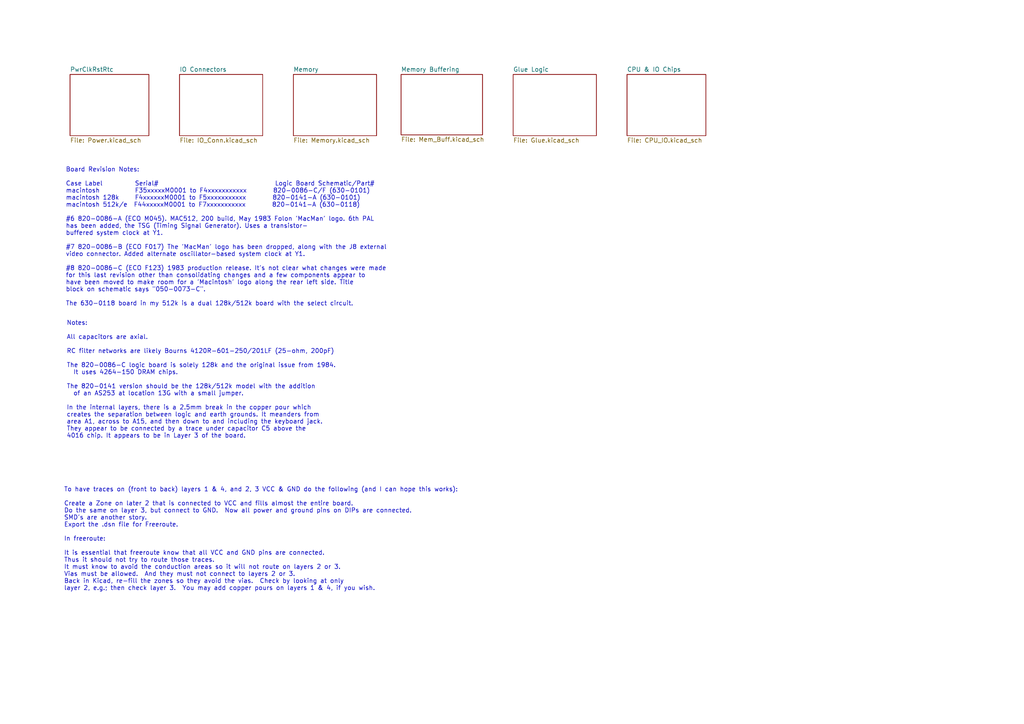
<source format=kicad_sch>
(kicad_sch (version 20211123) (generator eeschema)
  (paper "A4")
  (title_block (title "Schematic, Main Logic Board, 128k") (date "2023-01-28") (rev "Redraw 001") (company "Apple Computer") (comment 1 "050-0073-C") (comment 2 "Release"))
  (lib_symbols)
  (text "Board Revision Notes:\n\nCase Label		Serial#							Logic Board Schematic/Part#\nmacintosh		F35xxxxxM0001 to F4xxxxxxxxxxx        820-0086-C/F (630-0101)\nmacintosh 128k	F4xxxxxxM0001 to F5xxxxxxxxxxx        820-0141-A (630-0101)\nmacintosh 512k/e  F44xxxxxM0001 to F7xxxxxxxxxxx        820-0141-A (630-0118)\n\n#6 820-0086-A (ECO M045). MAC512, 200 build, May 1983 Folon 'MacMan' logo. 6th PAL\nhas been added, the TSG (Timing Signal Generator). Uses a transistor-\nbuffered system clock at Y1.\n\n#7 820-0086-B (ECO F017) The 'MacMan' logo has been dropped, along with the J8 external\nvideo connector. Added alternate oscillator-based system clock at Y1.\n\n#8 820-0086-C (ECO F123) 1983 production release. It's not clear what changes were made\nfor this last revision other than consolidating changes and a few components appear to \nhave been moved to make room for a 'Macintosh' logo along the rear left side. Title\nblock on schematic says \"050-0073-C\".\n\nThe 630-0118 board in my 512k is a dual 128k/512k board with the select circuit." (at 19.05 88.9 0) (effects (font (size 1.27 1.27)) (justify left bottom)))
  (text "To have traces on (front to back) layers 1 & 4, and 2, 3 VCC & GND do the following (and I can hope this works):\n\nCreate a Zone on later 2 that is connected to VCC and fills almost the entire board.\nDo the same on layer 3, but connect to GND.  Now all power and ground pins on DIPs are connected.  \nSMD's are another story.\nExport the .dsn file for Freeroute.\n\nIn freeroute:\n\nIt is essential that freeroute know that all VCC and GND pins are connected.  \nThus it should not try to route those traces.\nIt must know to avoid the conduction areas so it will not route on layers 2 or 3.\nVias must be allowed.  And they must not connect to layers 2 or 3.\nBack in Kicad, re-fill the zones so they avoid the vias.  Check by looking at only \nlayer 2, e.g.; then check layer 3.  You may add copper pours on layers 1 & 4, if you wish." (at 18.542 171.45 0) (effects (font (size 1.27 1.27)) (justify left bottom)))
  (text "Notes:\n\nAll capacitors are axial.\n\nRC filter networks are likely Bourns 4120R-601-250/201LF (25-ohm, 200pF)\n\nThe 820-0086-C logic board is solely 128k and the original issue from 1984.\n  It uses 4264-150 DRAM chips. \n\nThe 820-0141 version should be the 128k/512k model with the addition\n  of an AS253 at location 13G with a small jumper.\n\nIn the internal layers, there is a 2.5mm break in the copper pour which\ncreates the separation between logic and earth grounds. It meanders from\narea A1, across to A15, and then down to and including the keyboard jack.\nThey appear to be connected by a trace under capacitor C5 above the\n4016 chip. It appears to be in Layer 3 of the board." (at 19.304 127.254 0) (effects (font (size 1.27 1.27)) (justify left bottom)))
  (sheet (at 85.09 21.59) (size 24.13 17.78) (stroke (width 0.1524))
    (property "Sheet name" "Memory" (at 85.09 20.8784 0) (effects (justify left bottom)))
    (property "Sheet file" "Memory.kicad_sch" (at 85.09 39.9546 0) (effects (justify left top)))
  )
  (sheet (at 116.332 21.59) (size 23.622 17.526) (stroke (width 0.1524))
    (property "Sheet name" "Memory Buffering" (at 116.332 20.8784 0) (effects (justify left bottom)))
    (property "Sheet file" "Mem_Buff.kicad_sch" (at 116.332 39.7006 0) (effects (justify left top)))
  )
  (sheet (at 20.32 21.59) (size 22.86 17.78) (stroke (width 0.1524))
    (property "Sheet name" "PwrClkRstRtc" (at 20.32 20.8784 0) (effects (justify left bottom)))
    (property "Sheet file" "Power.kicad_sch" (at 20.32 39.9546 0) (effects (justify left top)))
  )
  (sheet (at 148.844 21.59) (size 24.13 17.78) (stroke (width 0.1524))
    (property "Sheet name" "Glue Logic" (at 148.844 20.8784 0) (effects (justify left bottom)))
    (property "Sheet file" "Glue.kicad_sch" (at 148.844 39.9546 0) (effects (justify left top)))
  )
  (sheet (at 181.864 21.59) (size 22.86 17.78) (stroke (width 0.1524))
    (property "Sheet name" "CPU & IO Chips" (at 181.864 20.8784 0) (effects (justify left bottom)))
    (property "Sheet file" "CPU_IO.kicad_sch" (at 181.864 39.9546 0) (effects (justify left top)))
  )
  (sheet (at 52.07 21.59) (size 24.13 17.78) (stroke (width 0.1524))
    (property "Sheet name" "IO Connectors" (at 52.07 20.8784 0) (effects (justify left bottom)))
    (property "Sheet file" "IO_Conn.kicad_sch" (at 52.07 39.9546 0) (effects (justify left top)))
  )
)
</source>
